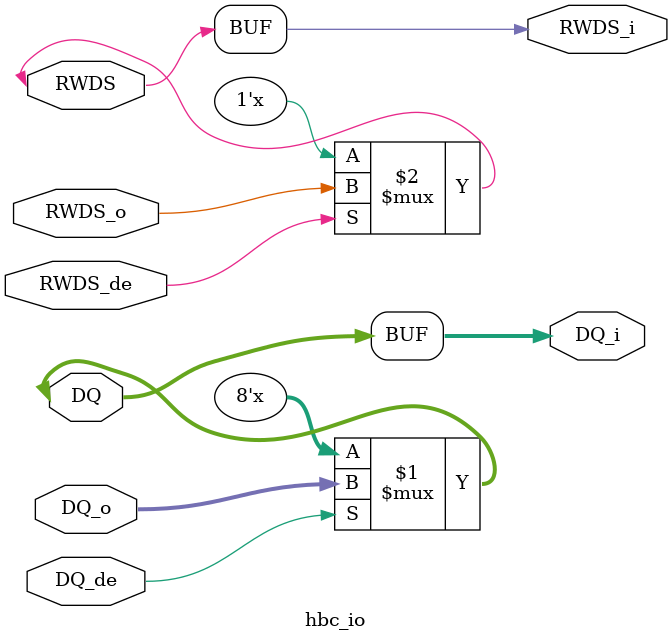
<source format=v>
`timescale 1ns / 1ps
module hbc_io(
    input RWDS_o,
    output RWDS_i,
    input RWDS_de,
    inout RWDS,
    input [7:0] DQ_o,
    output [7:0] DQ_i,
    input DQ_de,
    inout [7:0] DQ
    );

assign DQ = DQ_de?DQ_o:8'hZZ;
assign RWDS = RWDS_de?RWDS_o:1'bZ;
assign RWDS_i = RWDS;
assign DQ_i = DQ;

endmodule

</source>
